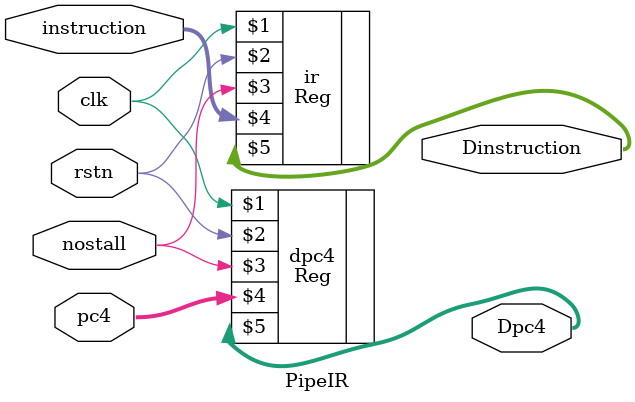
<source format=v>
`timescale 1ns / 1ps
module PipeIR (
    input clk,                    // 时钟信号
    input rstn,                   // 异步复位信号（低电平有效）
    input [31:0] pc4,             // PC+4值（来自IF阶段）
    input [31:0] instruction,     // 从指令存储器获取的指令
    input nostall,                // 不暂停信号（流水线控制）
    output [31:0] Dpc4,           // 传递给ID阶段的PC+4值
    output [31:0] Dinstruction    // 传递给ID阶段的指令
);
// 锁存PC+4值到Dpc4
Reg dpc4(clk, rstn, nostall, pc4, Dpc4);

// 锁存指令到Dinstruction
Reg ir(clk, rstn, nostall, instruction, Dinstruction);

endmodule
</source>
